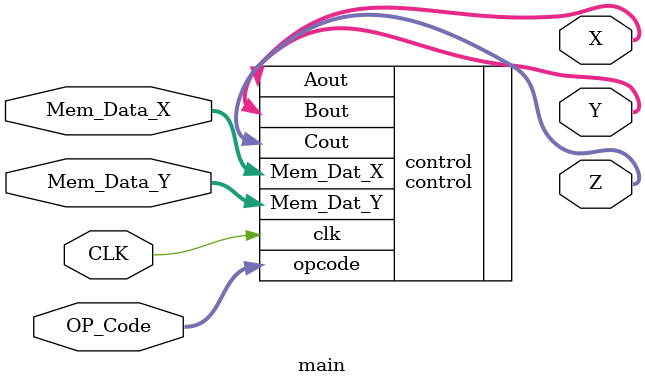
<source format=v>

module main (
    input          CLK,
    input   [15:0] Mem_Data_X,
    input   [15:0] Mem_Data_Y,
    input   [11:0] OP_Code,
    output  [15:0] X,
    output  [15:0] Y,
    output  [15:0] Z
  );


  

  control control(
    .clk(CLK),
    .opcode(OP_Code),
    .Mem_Dat_X(Mem_Data_X),
    .Mem_Dat_Y(Mem_Data_Y),
    .Aout(X),
    .Bout(Y),
    .Cout(Z)
  );

endmodule

</source>
